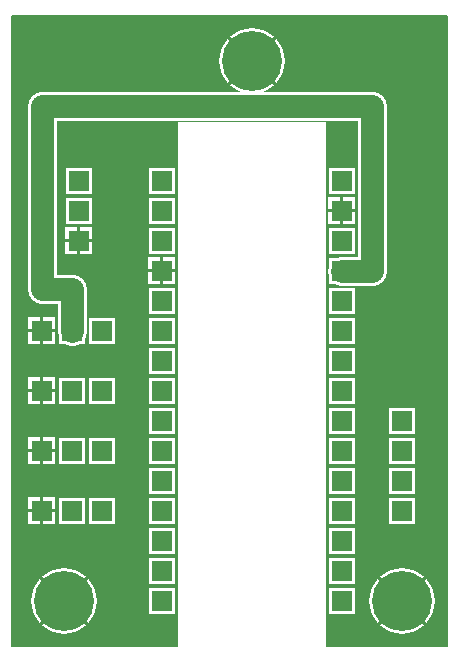
<source format=gbl>
G04 FreePCB version 1.359*
G04 C:\SkyDrive\Files\freepcb_1200_bin\projects\Balance_Shield\CAM\bottom_copper.grb*
G04 bottom copper layer *
G04 Scale: 100 percent, Rotated: No, Reflected: No *
%FSLAX24Y24*%
%MOIN*%
%LN bottom copper *%
G04 Rounded Rectangle Macro, params: W/2, H/2, R *
%AMRNDREC*
21,1,$1+$1,$2+$2-$3-$3,0,0,0*
21,1,$1+$1-$3-$3,$2+$2,0,0,0*
1,1,$3+$3,$1-$3,$2-$3*
1,1,$3+$3,$3-$1,$2-$3*
1,1,$3+$3,$1-$3,$3-$2*
1,1,$3+$3,$3-$1,$3-$2*%
G04 Rectangular Thermal Macro, params: W/2, H/2, T/2 *
%AMRECTHERM*
$4=$3/2*
21,1,$1-$3,$2-$3,0-$1/2-$4,0-$2/2-$4,0*
21,1,$1-$3,$2-$3,0-$1/2-$4,$2/2+$4,0*
21,1,$1-$3,$2-$3,$1/2+$4,0-$2/2-$4,0*
21,1,$1-$3,$2-$3,$1/2+$4,$2/2+$4,0*%
%ADD10C,0.005000*%
%ADD11R,0.090000X0.090000*%
%ADD12RECTHERM,0.045000X0.045000X0.005000*%
%ADD13C,0.001000*%
%AMTHERM14*7,0,0,0.220000,0.200000,0.010000,45.0*%
%ADD14THERM14*%
%ADD15C,0.095000*%
%ADD16R,0.070000X0.070000*%
%ADD17C,0.200000*%
%ADD18C,0.075000*%
G90*
G70D02*

G04 Step and Repeat for panelization *

G04 ----------------------- Draw board outline (positive)*
%LPD*%
G54D10*
G01X6500Y1000D02*
G01X6500Y17500D01*
G04 end of side 1*
G01X11500Y17500D01*
G04 end of side 2*
G01X11500Y1000D01*
G04 end of side 3*
G01X11500Y0D01*
G04 end of side 4*
G01X15500Y0D01*
G04 end of side 5*
G01X15500Y21000D01*
G04 end of side 6*
G01X1000Y21000D01*
G04 end of side 7*
G01X1000Y0D01*
G04 end of side 8*
G01X6500Y0D01*
G04 end of side 9*
G01X6500Y1000D01*

G04 ----------------------- Draw copper area (positive)*
G36*
G01X15500Y0D02*
G01X11500Y0D01*
G01X11500Y17500D01*
G01X6500Y17500D01*
G01X6500Y0D01*
G01X1000Y0D01*
G01X1000Y21000D01*
G01X15500Y21000D01*
G01X15500Y0D01*
G37*

G04 -------------------- Draw copper area clearances (negative)*
%LPC*%

G04 Draw clearances for pads*
G54D11*
G01X6000Y1500D03*
G01X6000Y2500D03*
G01X6000Y3500D03*
G01X6000Y4500D03*
G01X6000Y5500D03*
G01X6000Y6500D03*
G01X6000Y7500D03*
G01X6000Y8500D03*
G01X6000Y9500D03*
G01X6000Y10500D03*
G01X6000Y11500D03*
G54D12*
G01X6000Y12500D03*
G54D13*
G54D11*
G01X6000Y13500D03*
G01X6000Y14500D03*
G01X6000Y15500D03*
G01X12000Y1500D03*
G01X12000Y2500D03*
G01X12000Y3500D03*
G01X12000Y4500D03*
G01X12000Y5500D03*
G01X12000Y6500D03*
G01X12000Y7500D03*
G01X12000Y8500D03*
G01X12000Y9500D03*
G01X12000Y10500D03*
G01X12000Y11500D03*
G01X12000Y12500D03*
G01X12000Y13500D03*
G54D12*
G01X12000Y14500D03*
G54D13*
G54D11*
G01X12000Y15500D03*
G54D12*
G01X2000Y4500D03*
G54D13*
G54D11*
G01X3000Y4500D03*
G01X4000Y4500D03*
G54D12*
G01X2000Y6500D03*
G54D13*
G54D11*
G01X3000Y6500D03*
G01X4000Y6500D03*
G54D14*
G01X2750Y1500D03*
G54D13*
G54D14*
G01X9000Y19500D03*
G54D13*
G54D14*
G01X14000Y1500D03*
G54D13*
G54D12*
G01X3250Y13500D03*
G54D13*
G54D11*
G01X3250Y14500D03*
G01X3250Y15500D03*
G54D12*
G01X2000Y8500D03*
G54D13*
G54D11*
G01X3000Y8500D03*
G01X4000Y8500D03*
G54D12*
G01X2000Y10500D03*
G54D13*
G54D11*
G01X3000Y10500D03*
G01X4000Y10500D03*
G01X14000Y4500D03*
G01X14000Y5500D03*
G01X14000Y6500D03*
G01X14000Y7500D03*

G04 Draw clearances for traces*
G54D15*
G01X3000Y10500D02*
G01X3000Y11900D01*
G01X3000Y11900D02*
G01X2000Y11900D01*
G01X2000Y11900D02*
G01X2000Y18000D01*
G01X2000Y18000D02*
G01X13000Y18000D01*
G01X13000Y18000D02*
G01X13000Y12500D01*
G01X13000Y12500D02*
G01X12000Y12500D01*

G04 Draw clearances for text*

G04 -------------- Draw Parts, Pads, Traces, Vias and Text (positive)*
%LPD*%
G04 Draw part J2*
G54D16*
G01X6000Y1500D03*
G01X6000Y2500D03*
G01X6000Y3500D03*
G01X6000Y4500D03*
G01X6000Y5500D03*
G01X6000Y6500D03*
G01X6000Y7500D03*
G01X6000Y8500D03*
G01X6000Y9500D03*
G01X6000Y10500D03*
G01X6000Y11500D03*
G01X6000Y12500D03*
G01X6000Y13500D03*
G01X6000Y14500D03*
G01X6000Y15500D03*
G04 Draw part J3*
G01X12000Y1500D03*
G01X12000Y2500D03*
G01X12000Y3500D03*
G01X12000Y4500D03*
G01X12000Y5500D03*
G01X12000Y6500D03*
G01X12000Y7500D03*
G01X12000Y8500D03*
G01X12000Y9500D03*
G01X12000Y10500D03*
G01X12000Y11500D03*
G01X12000Y12500D03*
G01X12000Y13500D03*
G01X12000Y14500D03*
G01X12000Y15500D03*
G04 Draw part J4*
G01X2000Y4500D03*
G01X3000Y4500D03*
G01X4000Y4500D03*
G04 Draw part J5*
G01X2000Y6500D03*
G01X3000Y6500D03*
G01X4000Y6500D03*
G04 Draw part E1*
G54D17*
G01X2750Y1500D03*
G04 Draw part E2*
G01X9000Y19500D03*
G04 Draw part E3*
G01X14000Y1500D03*
G04 Draw part J6*
G54D16*
G01X3250Y13500D03*
G01X3250Y14500D03*
G01X3250Y15500D03*
G04 Draw part J7*
G01X2000Y8500D03*
G01X3000Y8500D03*
G01X4000Y8500D03*
G04 Draw part J8*
G01X2000Y10500D03*
G01X3000Y10500D03*
G01X4000Y10500D03*
G04 Draw part J9*
G01X14000Y4500D03*
G01X14000Y5500D03*
G01X14000Y6500D03*
G01X14000Y7500D03*
G04 Draw part R1*
G04 Draw part R2*

G04 Draw traces*
G54D18*
G01X3000Y10500D02*
G01X3000Y11900D01*
G01X3000Y11900D02*
G01X2000Y11900D01*
G01X2000Y11900D02*
G01X2000Y18000D01*
G01X2000Y18000D02*
G01X13000Y18000D01*
G01X13000Y18000D02*
G01X13000Y12500D01*
G01X13000Y12500D02*
G01X12000Y12500D01*

G04 Draw Text*
M00*
M02*

</source>
